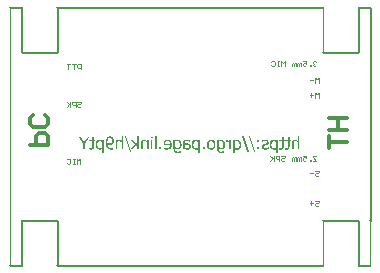
<source format=gbo>
G04*
G04 #@! TF.GenerationSoftware,Altium Limited,Altium Designer,20.0.10 (225)*
G04*
G04 Layer_Color=32896*
%FSLAX25Y25*%
%MOIN*%
G70*
G01*
G75*
%ADD14C,0.00400*%
%ADD16C,0.00300*%
%ADD41C,0.01181*%
G36*
X47548Y27455D02*
X46932D01*
Y28015D01*
X47548D01*
Y27455D01*
D02*
G37*
G36*
X75844Y27005D02*
X75941Y26991D01*
X76031Y26977D01*
X76107Y26956D01*
X76176Y26929D01*
X76224Y26915D01*
X76252Y26901D01*
X76266Y26894D01*
X76356Y26846D01*
X76432Y26797D01*
X76508Y26742D01*
X76570Y26687D01*
X76619Y26638D01*
X76653Y26604D01*
X76681Y26576D01*
X76688Y26569D01*
X76757Y26486D01*
X76813Y26396D01*
X76861Y26306D01*
X76910Y26223D01*
X76937Y26147D01*
X76965Y26092D01*
X76979Y26050D01*
X76986Y26043D01*
Y26036D01*
X77020Y25912D01*
X77048Y25787D01*
X77069Y25662D01*
X77083Y25552D01*
X77089Y25448D01*
X77096Y25372D01*
Y25344D01*
Y25323D01*
Y25310D01*
Y25303D01*
X77089Y25157D01*
X77083Y25026D01*
X77069Y24901D01*
X77048Y24784D01*
X77020Y24673D01*
X76992Y24576D01*
X76965Y24486D01*
X76937Y24403D01*
X76910Y24327D01*
X76882Y24265D01*
X76854Y24209D01*
X76826Y24168D01*
X76806Y24133D01*
X76792Y24105D01*
X76778Y24092D01*
Y24085D01*
X76716Y24009D01*
X76647Y23939D01*
X76577Y23884D01*
X76501Y23836D01*
X76432Y23794D01*
X76356Y23753D01*
X76218Y23704D01*
X76093Y23670D01*
X76044Y23663D01*
X75996Y23656D01*
X75961Y23649D01*
X75906D01*
X75802Y23656D01*
X75712Y23663D01*
X75629Y23676D01*
X75553Y23697D01*
X75491Y23718D01*
X75449Y23732D01*
X75415Y23739D01*
X75408Y23746D01*
X75325Y23787D01*
X75242Y23843D01*
X75166Y23891D01*
X75090Y23946D01*
X75034Y23988D01*
X74986Y24029D01*
X74958Y24057D01*
X74944Y24064D01*
Y22535D01*
X74404D01*
Y26922D01*
X74916D01*
X74944Y26783D01*
X75083Y26860D01*
X75145Y26887D01*
X75200Y26908D01*
X75249Y26929D01*
X75283Y26943D01*
X75311Y26950D01*
X75318D01*
X75463Y26984D01*
X75532Y26998D01*
X75602Y27005D01*
X75657Y27012D01*
X75747D01*
X75844Y27005D01*
D02*
G37*
G36*
X70481D02*
X70578Y26991D01*
X70661Y26977D01*
X70737Y26956D01*
X70806Y26929D01*
X70855Y26915D01*
X70882Y26901D01*
X70896Y26894D01*
X70986Y26846D01*
X71069Y26797D01*
X71138Y26742D01*
X71201Y26693D01*
X71256Y26645D01*
X71290Y26610D01*
X71318Y26583D01*
X71325Y26576D01*
X71394Y26493D01*
X71450Y26403D01*
X71498Y26313D01*
X71547Y26230D01*
X71574Y26161D01*
X71602Y26105D01*
X71616Y26064D01*
X71623Y26057D01*
Y26050D01*
X71657Y25932D01*
X71685Y25815D01*
X71706Y25690D01*
X71719Y25586D01*
X71726Y25489D01*
X71733Y25413D01*
Y25386D01*
Y25365D01*
Y25351D01*
Y25344D01*
X71726Y25206D01*
X71719Y25074D01*
X71706Y24950D01*
X71685Y24839D01*
X71657Y24728D01*
X71630Y24631D01*
X71602Y24548D01*
X71574Y24465D01*
X71547Y24396D01*
X71519Y24341D01*
X71491Y24285D01*
X71463Y24244D01*
X71443Y24209D01*
X71429Y24189D01*
X71415Y24175D01*
Y24168D01*
X71353Y24099D01*
X71284Y24036D01*
X71214Y23981D01*
X71138Y23939D01*
X71069Y23898D01*
X70993Y23863D01*
X70855Y23815D01*
X70730Y23787D01*
X70675Y23780D01*
X70626Y23773D01*
X70591Y23766D01*
X70536D01*
X70425Y23773D01*
X70322Y23780D01*
X70232Y23794D01*
X70162Y23815D01*
X70100Y23829D01*
X70052Y23843D01*
X70024Y23849D01*
X70017Y23856D01*
X69934Y23891D01*
X69858Y23939D01*
X69782Y23981D01*
X69720Y24029D01*
X69664Y24071D01*
X69616Y24105D01*
X69588Y24126D01*
X69581Y24133D01*
Y23849D01*
X69588Y23718D01*
X69595Y23663D01*
X69602Y23607D01*
X69609Y23566D01*
X69616Y23538D01*
X69623Y23517D01*
Y23510D01*
X69657Y23400D01*
X69678Y23351D01*
X69699Y23310D01*
X69720Y23282D01*
X69740Y23254D01*
X69747Y23240D01*
X69754Y23234D01*
X69796Y23192D01*
X69837Y23157D01*
X69927Y23102D01*
X69962Y23081D01*
X69996Y23067D01*
X70017Y23054D01*
X70024D01*
X70093Y23033D01*
X70162Y23012D01*
X70232Y22998D01*
X70301Y22991D01*
X70356D01*
X70405Y22984D01*
X70446D01*
X70550Y22991D01*
X70598D01*
X70640Y22998D01*
X70675Y23005D01*
X70702D01*
X70716Y23012D01*
X70723D01*
X70820Y23033D01*
X70910Y23047D01*
X70944Y23054D01*
X70972Y23061D01*
X70993Y23067D01*
X71000D01*
X71097Y23095D01*
X71173Y23116D01*
X71201Y23130D01*
X71221Y23137D01*
X71235Y23144D01*
X71242D01*
X71311Y23164D01*
X71360Y23185D01*
X71387Y23192D01*
X71401Y23199D01*
X71429D01*
Y22638D01*
X71270Y22597D01*
X71194Y22583D01*
X71124Y22569D01*
X71069Y22555D01*
X71021Y22548D01*
X70993Y22542D01*
X70979D01*
X70799Y22521D01*
X70716Y22507D01*
X70640D01*
X70585Y22500D01*
X70495D01*
X70363Y22507D01*
X70239Y22514D01*
X70121Y22535D01*
X70017Y22562D01*
X69913Y22590D01*
X69823Y22625D01*
X69747Y22659D01*
X69671Y22694D01*
X69609Y22728D01*
X69554Y22763D01*
X69505Y22798D01*
X69471Y22825D01*
X69436Y22853D01*
X69415Y22874D01*
X69408Y22881D01*
X69401Y22887D01*
X69339Y22964D01*
X69284Y23047D01*
X69235Y23137D01*
X69194Y23234D01*
X69131Y23434D01*
X69083Y23628D01*
X69069Y23718D01*
X69062Y23801D01*
X69055Y23877D01*
X69048Y23946D01*
X69041Y24002D01*
Y24043D01*
Y24071D01*
Y24078D01*
Y26922D01*
X69554D01*
X69581Y26783D01*
X69720Y26860D01*
X69782Y26887D01*
X69837Y26908D01*
X69886Y26929D01*
X69920Y26943D01*
X69948Y26950D01*
X69955D01*
X70100Y26984D01*
X70169Y26998D01*
X70239Y27005D01*
X70294Y27012D01*
X70384D01*
X70481Y27005D01*
D02*
G37*
G36*
X55949Y27005D02*
X56046Y26991D01*
X56129Y26977D01*
X56205Y26956D01*
X56274Y26929D01*
X56322Y26915D01*
X56350Y26901D01*
X56364Y26894D01*
X56454Y26846D01*
X56537Y26797D01*
X56606Y26742D01*
X56669Y26693D01*
X56724Y26645D01*
X56758Y26610D01*
X56786Y26583D01*
X56793Y26576D01*
X56862Y26493D01*
X56918Y26403D01*
X56966Y26313D01*
X57015Y26230D01*
X57042Y26161D01*
X57070Y26105D01*
X57084Y26064D01*
X57091Y26057D01*
Y26050D01*
X57125Y25932D01*
X57153Y25815D01*
X57174Y25690D01*
X57187Y25586D01*
X57194Y25489D01*
X57201Y25413D01*
Y25386D01*
Y25365D01*
Y25351D01*
Y25344D01*
X57194Y25206D01*
X57187Y25074D01*
X57174Y24950D01*
X57153Y24839D01*
X57125Y24728D01*
X57098Y24631D01*
X57070Y24548D01*
X57042Y24465D01*
X57015Y24396D01*
X56987Y24341D01*
X56959Y24285D01*
X56931Y24244D01*
X56911Y24209D01*
X56897Y24189D01*
X56883Y24175D01*
Y24168D01*
X56821Y24099D01*
X56752Y24036D01*
X56682Y23981D01*
X56606Y23939D01*
X56537Y23898D01*
X56461Y23863D01*
X56322Y23815D01*
X56198Y23787D01*
X56143Y23780D01*
X56094Y23773D01*
X56059Y23766D01*
X56004D01*
X55893Y23773D01*
X55790Y23780D01*
X55700Y23794D01*
X55630Y23815D01*
X55568Y23829D01*
X55520Y23843D01*
X55492Y23849D01*
X55485Y23856D01*
X55402Y23891D01*
X55326Y23939D01*
X55250Y23981D01*
X55188Y24029D01*
X55132Y24071D01*
X55084Y24105D01*
X55056Y24126D01*
X55049Y24133D01*
Y23849D01*
X55056Y23718D01*
X55063Y23663D01*
X55070Y23607D01*
X55077Y23566D01*
X55084Y23538D01*
X55091Y23517D01*
Y23510D01*
X55125Y23400D01*
X55146Y23351D01*
X55167Y23310D01*
X55188Y23282D01*
X55208Y23254D01*
X55215Y23240D01*
X55222Y23234D01*
X55264Y23192D01*
X55305Y23157D01*
X55395Y23102D01*
X55430Y23081D01*
X55464Y23067D01*
X55485Y23054D01*
X55492D01*
X55561Y23033D01*
X55630Y23012D01*
X55700Y22998D01*
X55769Y22991D01*
X55824D01*
X55873Y22984D01*
X55914D01*
X56018Y22991D01*
X56066D01*
X56108Y22998D01*
X56143Y23005D01*
X56170D01*
X56184Y23012D01*
X56191D01*
X56288Y23033D01*
X56378Y23047D01*
X56412Y23054D01*
X56440Y23061D01*
X56461Y23067D01*
X56468D01*
X56565Y23095D01*
X56641Y23116D01*
X56669Y23130D01*
X56689Y23137D01*
X56703Y23144D01*
X56710D01*
X56779Y23164D01*
X56828Y23185D01*
X56855Y23192D01*
X56869Y23199D01*
X56897D01*
Y22638D01*
X56738Y22597D01*
X56662Y22583D01*
X56592Y22569D01*
X56537Y22555D01*
X56489Y22548D01*
X56461Y22542D01*
X56447D01*
X56267Y22521D01*
X56184Y22507D01*
X56108D01*
X56053Y22500D01*
X55963D01*
X55831Y22507D01*
X55707Y22514D01*
X55589Y22535D01*
X55485Y22562D01*
X55381Y22590D01*
X55291Y22625D01*
X55215Y22659D01*
X55139Y22694D01*
X55077Y22728D01*
X55022Y22763D01*
X54973Y22798D01*
X54939Y22825D01*
X54904Y22853D01*
X54883Y22874D01*
X54876Y22881D01*
X54869Y22887D01*
X54807Y22964D01*
X54752Y23047D01*
X54703Y23137D01*
X54662Y23234D01*
X54599Y23434D01*
X54551Y23628D01*
X54537Y23718D01*
X54530Y23801D01*
X54523Y23877D01*
X54516Y23946D01*
X54509Y24002D01*
Y24043D01*
Y24071D01*
Y24078D01*
Y26922D01*
X55022D01*
X55049Y26783D01*
X55188Y26860D01*
X55250Y26887D01*
X55305Y26908D01*
X55354Y26929D01*
X55388Y26943D01*
X55416Y26950D01*
X55423D01*
X55568Y26984D01*
X55637Y26998D01*
X55707Y27005D01*
X55762Y27012D01*
X55852D01*
X55949Y27005D01*
D02*
G37*
G36*
X96500Y23718D02*
X95960D01*
Y26112D01*
X95808Y26223D01*
X95739Y26271D01*
X95676Y26313D01*
X95621Y26348D01*
X95580Y26368D01*
X95552Y26382D01*
X95545Y26389D01*
X95462Y26424D01*
X95393Y26451D01*
X95317Y26472D01*
X95254Y26486D01*
X95206Y26493D01*
X95164Y26500D01*
X95061D01*
X94998Y26493D01*
X94943Y26479D01*
X94895Y26472D01*
X94860Y26458D01*
X94832Y26444D01*
X94818Y26438D01*
X94811D01*
X94735Y26382D01*
X94673Y26327D01*
X94652Y26299D01*
X94639Y26278D01*
X94625Y26265D01*
Y26258D01*
X94604Y26209D01*
X94590Y26161D01*
X94562Y26057D01*
X94555Y26015D01*
Y25981D01*
X94549Y25953D01*
Y25946D01*
X94535Y25801D01*
X94528Y25732D01*
X94521Y25669D01*
Y25621D01*
Y25572D01*
Y25545D01*
Y25538D01*
Y23718D01*
X93981D01*
Y25794D01*
X93995Y26002D01*
X94023Y26188D01*
X94064Y26341D01*
X94092Y26410D01*
X94113Y26472D01*
X94140Y26527D01*
X94168Y26569D01*
X94189Y26610D01*
X94209Y26645D01*
X94223Y26666D01*
X94237Y26687D01*
X94251Y26700D01*
X94306Y26756D01*
X94362Y26804D01*
X94479Y26880D01*
X94604Y26936D01*
X94722Y26970D01*
X94825Y26998D01*
X94874Y27005D01*
X94915D01*
X94943Y27012D01*
X94991D01*
X95088Y27005D01*
X95178Y26991D01*
X95261Y26977D01*
X95337Y26956D01*
X95400Y26929D01*
X95448Y26915D01*
X95476Y26901D01*
X95490Y26894D01*
X95580Y26846D01*
X95663Y26790D01*
X95739Y26735D01*
X95815Y26687D01*
X95870Y26638D01*
X95919Y26597D01*
X95946Y26569D01*
X95960Y26562D01*
Y28174D01*
X96500D01*
Y23718D01*
D02*
G37*
G36*
X37749Y23718D02*
X37209D01*
Y26112D01*
X37057Y26223D01*
X36988Y26271D01*
X36926Y26313D01*
X36870Y26348D01*
X36829Y26368D01*
X36801Y26382D01*
X36794Y26389D01*
X36711Y26424D01*
X36642Y26451D01*
X36566Y26472D01*
X36504Y26486D01*
X36455Y26493D01*
X36414Y26500D01*
X36310D01*
X36248Y26493D01*
X36192Y26479D01*
X36144Y26472D01*
X36109Y26458D01*
X36081Y26444D01*
X36068Y26438D01*
X36061D01*
X35985Y26382D01*
X35922Y26327D01*
X35902Y26299D01*
X35888Y26278D01*
X35874Y26265D01*
Y26258D01*
X35853Y26209D01*
X35839Y26161D01*
X35812Y26057D01*
X35805Y26015D01*
Y25981D01*
X35798Y25953D01*
Y25946D01*
X35784Y25801D01*
X35777Y25732D01*
X35770Y25669D01*
Y25621D01*
Y25572D01*
Y25545D01*
Y25538D01*
Y23718D01*
X35230D01*
Y25794D01*
X35244Y26002D01*
X35272Y26188D01*
X35313Y26341D01*
X35341Y26410D01*
X35362Y26472D01*
X35390Y26527D01*
X35417Y26569D01*
X35438Y26610D01*
X35459Y26645D01*
X35473Y26666D01*
X35486Y26687D01*
X35500Y26700D01*
X35556Y26756D01*
X35611Y26804D01*
X35729Y26880D01*
X35853Y26936D01*
X35971Y26970D01*
X36075Y26998D01*
X36123Y27005D01*
X36165D01*
X36192Y27012D01*
X36241D01*
X36338Y27005D01*
X36428Y26991D01*
X36511Y26977D01*
X36587Y26956D01*
X36649Y26929D01*
X36697Y26915D01*
X36725Y26901D01*
X36739Y26894D01*
X36829Y26846D01*
X36912Y26790D01*
X36988Y26735D01*
X37064Y26687D01*
X37119Y26638D01*
X37168Y26597D01*
X37196Y26569D01*
X37209Y26562D01*
Y28174D01*
X37749D01*
Y23718D01*
D02*
G37*
G36*
X73629Y23718D02*
X73090D01*
Y25981D01*
X73020Y26050D01*
X72951Y26105D01*
X72882Y26154D01*
X72820Y26195D01*
X72764Y26223D01*
X72723Y26244D01*
X72695Y26258D01*
X72688Y26265D01*
X72605Y26299D01*
X72529Y26320D01*
X72453Y26341D01*
X72384Y26348D01*
X72328Y26354D01*
X72287Y26361D01*
X72135D01*
X72100Y26354D01*
X72086D01*
X72038Y26348D01*
X71996Y26341D01*
X71969Y26334D01*
X71927D01*
Y26901D01*
X71969Y26908D01*
X71996D01*
X72017Y26915D01*
X72024D01*
X72059Y26922D01*
X72149D01*
X72225Y26915D01*
X72301Y26908D01*
X72377Y26887D01*
X72439Y26866D01*
X72495Y26846D01*
X72536Y26832D01*
X72571Y26818D01*
X72578Y26811D01*
X72661Y26763D01*
X72751Y26707D01*
X72834Y26645D01*
X72917Y26590D01*
X72986Y26534D01*
X73041Y26486D01*
X73076Y26458D01*
X73090Y26444D01*
Y26922D01*
X73629D01*
Y23718D01*
D02*
G37*
G36*
X59243Y26991D02*
X59340Y26984D01*
X59423Y26970D01*
X59492Y26963D01*
X59547Y26950D01*
X59582Y26943D01*
X59596D01*
X59693Y26922D01*
X59776Y26908D01*
X59852Y26894D01*
X59907Y26873D01*
X59956Y26866D01*
X59990Y26853D01*
X60011Y26846D01*
X60018D01*
Y26306D01*
X59990D01*
X59810Y26375D01*
X59720Y26403D01*
X59644Y26424D01*
X59582Y26444D01*
X59533Y26458D01*
X59506Y26465D01*
X59492D01*
X59402Y26486D01*
X59312Y26500D01*
X59236Y26514D01*
X59174Y26520D01*
X59118Y26527D01*
X59049D01*
X58938Y26520D01*
X58890D01*
X58841Y26514D01*
X58807Y26507D01*
X58779D01*
X58758Y26500D01*
X58751D01*
X58648Y26479D01*
X58606Y26465D01*
X58565Y26451D01*
X58537Y26438D01*
X58516Y26424D01*
X58502Y26417D01*
X58495D01*
X58426Y26361D01*
X58378Y26299D01*
X58357Y26271D01*
X58343Y26251D01*
X58336Y26237D01*
Y26230D01*
X58302Y26133D01*
X58281Y26036D01*
X58274Y25988D01*
Y25960D01*
Y25932D01*
Y25925D01*
Y25822D01*
X58433Y25808D01*
X58578Y25801D01*
X58717Y25787D01*
X58834Y25773D01*
X58931Y25759D01*
X59007Y25752D01*
X59035D01*
X59056Y25745D01*
X59070D01*
X59201Y25725D01*
X59319Y25704D01*
X59430Y25676D01*
X59519Y25649D01*
X59596Y25621D01*
X59651Y25600D01*
X59686Y25586D01*
X59699Y25579D01*
X59803Y25524D01*
X59900Y25462D01*
X59976Y25400D01*
X60032Y25344D01*
X60080Y25289D01*
X60115Y25247D01*
X60135Y25220D01*
X60142Y25206D01*
X60191Y25116D01*
X60225Y25019D01*
X60246Y24922D01*
X60260Y24832D01*
X60274Y24756D01*
X60281Y24694D01*
Y24652D01*
Y24645D01*
Y24638D01*
X60274Y24562D01*
X60267Y24486D01*
X60253Y24417D01*
X60239Y24355D01*
X60225Y24306D01*
X60218Y24265D01*
X60205Y24237D01*
Y24230D01*
X60142Y24099D01*
X60108Y24043D01*
X60073Y23995D01*
X60045Y23960D01*
X60025Y23932D01*
X60011Y23912D01*
X60004Y23905D01*
X59893Y23815D01*
X59796Y23753D01*
X59755Y23732D01*
X59720Y23718D01*
X59699Y23704D01*
X59693D01*
X59623Y23676D01*
X59554Y23663D01*
X59492Y23649D01*
X59437Y23635D01*
X59388D01*
X59346Y23628D01*
X59229D01*
X59153Y23635D01*
X59091Y23642D01*
X59042Y23649D01*
X59000Y23656D01*
X58966Y23663D01*
X58952Y23670D01*
X58945D01*
X58841Y23704D01*
X58751Y23739D01*
X58717Y23759D01*
X58689Y23766D01*
X58675Y23780D01*
X58668D01*
X58592Y23822D01*
X58523Y23870D01*
X58495Y23891D01*
X58475Y23905D01*
X58461Y23912D01*
X58454Y23919D01*
X58378Y23981D01*
X58322Y24022D01*
X58288Y24050D01*
X58274Y24057D01*
Y23718D01*
X57734D01*
Y25905D01*
X57741Y26015D01*
X57748Y26112D01*
X57762Y26202D01*
X57776Y26278D01*
X57796Y26334D01*
X57810Y26382D01*
X57817Y26410D01*
X57824Y26417D01*
X57859Y26493D01*
X57900Y26555D01*
X57942Y26617D01*
X57983Y26666D01*
X58025Y26700D01*
X58059Y26735D01*
X58080Y26749D01*
X58087Y26756D01*
X58156Y26804D01*
X58226Y26846D01*
X58295Y26873D01*
X58357Y26901D01*
X58412Y26922D01*
X58454Y26936D01*
X58482Y26943D01*
X58495D01*
X58585Y26963D01*
X58675Y26977D01*
X58765Y26984D01*
X58848Y26991D01*
X58924Y26998D01*
X59042D01*
X59243Y26991D01*
D02*
G37*
G36*
X83124Y26105D02*
X82439D01*
Y26922D01*
X83124D01*
Y26105D01*
D02*
G37*
G36*
X25037Y25545D02*
Y23718D01*
X24470D01*
Y25607D01*
X23030Y27988D01*
X23632D01*
X24753Y26098D01*
X25854Y27988D01*
X26476D01*
X25037Y25545D01*
D02*
G37*
G36*
X42911Y23718D02*
X42372D01*
Y25054D01*
X42164Y25261D01*
X40974Y23718D01*
X40261D01*
X41756Y25579D01*
X40441Y26922D01*
X41112D01*
X42372Y25565D01*
Y28174D01*
X42911D01*
Y23718D01*
D02*
G37*
G36*
X33417Y28071D02*
X33514Y28064D01*
X33597Y28043D01*
X33680Y28022D01*
X33742Y28001D01*
X33798Y27988D01*
X33826Y27974D01*
X33839Y27967D01*
X33929Y27925D01*
X34012Y27877D01*
X34089Y27828D01*
X34151Y27780D01*
X34206Y27738D01*
X34241Y27704D01*
X34268Y27676D01*
X34275Y27669D01*
X34338Y27593D01*
X34393Y27517D01*
X34448Y27434D01*
X34490Y27365D01*
X34525Y27296D01*
X34545Y27247D01*
X34559Y27213D01*
X34566Y27199D01*
X34601Y27095D01*
X34628Y26991D01*
X34642Y26887D01*
X34656Y26797D01*
X34663Y26714D01*
X34670Y26652D01*
Y26610D01*
Y26604D01*
Y26597D01*
X34663Y26458D01*
X34649Y26334D01*
X34635Y26223D01*
X34614Y26126D01*
X34594Y26050D01*
X34573Y25995D01*
X34566Y25960D01*
X34559Y25946D01*
X34511Y25849D01*
X34455Y25766D01*
X34400Y25690D01*
X34345Y25621D01*
X34289Y25572D01*
X34248Y25538D01*
X34220Y25510D01*
X34213Y25503D01*
X34137Y25448D01*
X34068Y25406D01*
X33999Y25372D01*
X33943Y25344D01*
X33888Y25323D01*
X33853Y25310D01*
X33826Y25303D01*
X33819D01*
X33666Y25275D01*
X33597Y25268D01*
X33528Y25261D01*
X33473Y25254D01*
X33300D01*
X33217Y25268D01*
X33141Y25275D01*
X33071Y25289D01*
X33016Y25303D01*
X32974Y25310D01*
X32947Y25323D01*
X32940D01*
X32864Y25351D01*
X32781Y25386D01*
X32711Y25427D01*
X32642Y25462D01*
X32587Y25496D01*
X32545Y25524D01*
X32511Y25545D01*
X32504Y25552D01*
X32518Y25427D01*
X32531Y25310D01*
X32552Y25199D01*
X32580Y25095D01*
X32608Y24998D01*
X32635Y24908D01*
X32670Y24832D01*
X32698Y24763D01*
X32732Y24694D01*
X32760Y24638D01*
X32788Y24597D01*
X32815Y24555D01*
X32836Y24528D01*
X32850Y24507D01*
X32857Y24493D01*
X32864Y24486D01*
X32926Y24424D01*
X32995Y24368D01*
X33064Y24313D01*
X33134Y24272D01*
X33279Y24209D01*
X33424Y24168D01*
X33549Y24140D01*
X33604Y24133D01*
X33653Y24126D01*
X33687Y24119D01*
X33742D01*
X33860Y24126D01*
X33909Y24133D01*
X33957Y24140D01*
X33999D01*
X34026Y24147D01*
X34047Y24154D01*
X34054D01*
X34109Y24168D01*
X34151Y24182D01*
X34192Y24195D01*
X34220Y24209D01*
X34248Y24223D01*
X34262Y24230D01*
X34275Y24237D01*
X34303D01*
Y23690D01*
X34220Y23670D01*
X34144Y23656D01*
X34116Y23649D01*
X34089Y23642D01*
X34068D01*
X33971Y23635D01*
X33895Y23628D01*
X33819D01*
X33639Y23635D01*
X33473Y23656D01*
X33327Y23683D01*
X33203Y23718D01*
X33106Y23746D01*
X33064Y23759D01*
X33030Y23773D01*
X33002Y23787D01*
X32981Y23794D01*
X32974Y23801D01*
X32967D01*
X32843Y23870D01*
X32725Y23953D01*
X32628Y24036D01*
X32538Y24119D01*
X32469Y24195D01*
X32414Y24251D01*
X32386Y24292D01*
X32372Y24299D01*
Y24306D01*
X32289Y24431D01*
X32220Y24562D01*
X32165Y24694D01*
X32116Y24818D01*
X32075Y24929D01*
X32061Y24977D01*
X32047Y25019D01*
X32040Y25047D01*
X32033Y25074D01*
X32026Y25088D01*
Y25095D01*
X31985Y25275D01*
X31957Y25455D01*
X31929Y25628D01*
X31916Y25780D01*
X31909Y25849D01*
Y25912D01*
Y25967D01*
X31902Y26015D01*
Y26050D01*
Y26085D01*
Y26098D01*
Y26105D01*
X31909Y26313D01*
X31923Y26500D01*
X31943Y26666D01*
X31964Y26804D01*
X31978Y26866D01*
X31985Y26915D01*
X31999Y26963D01*
X32006Y26998D01*
X32013Y27026D01*
X32019Y27053D01*
X32026Y27060D01*
Y27067D01*
X32075Y27206D01*
X32130Y27330D01*
X32192Y27434D01*
X32248Y27524D01*
X32296Y27593D01*
X32338Y27648D01*
X32365Y27676D01*
X32372Y27690D01*
X32442Y27759D01*
X32511Y27815D01*
X32580Y27863D01*
X32642Y27904D01*
X32704Y27932D01*
X32746Y27953D01*
X32774Y27967D01*
X32788Y27974D01*
X32877Y28008D01*
X32967Y28036D01*
X33057Y28050D01*
X33141Y28064D01*
X33217Y28071D01*
X33272Y28078D01*
X33320D01*
X33417Y28071D01*
D02*
G37*
G36*
X93192Y26922D02*
X93559D01*
Y26472D01*
X93192D01*
Y24694D01*
Y24597D01*
X93178Y24500D01*
X93151Y24341D01*
X93116Y24202D01*
X93068Y24092D01*
X93026Y24009D01*
X92985Y23946D01*
X92957Y23912D01*
X92950Y23898D01*
X92846Y23815D01*
X92735Y23753D01*
X92625Y23711D01*
X92507Y23683D01*
X92410Y23663D01*
X92334Y23656D01*
X92300Y23649D01*
X92258D01*
X92161Y23656D01*
X92064Y23663D01*
X92030Y23670D01*
X92002D01*
X91981Y23676D01*
X91974D01*
X91857Y23697D01*
X91801Y23711D01*
X91753Y23718D01*
X91711Y23725D01*
X91684Y23732D01*
X91663Y23739D01*
X91656D01*
Y24223D01*
X91691D01*
X91739Y24202D01*
X91801Y24182D01*
X91829Y24168D01*
X91850Y24161D01*
X91864Y24154D01*
X91870D01*
X91961Y24133D01*
X92044Y24126D01*
X92078Y24119D01*
X92196D01*
X92251Y24126D01*
X92300Y24133D01*
X92348Y24147D01*
X92376Y24154D01*
X92403Y24161D01*
X92417Y24168D01*
X92424D01*
X92493Y24209D01*
X92542Y24265D01*
X92576Y24306D01*
X92583Y24313D01*
Y24320D01*
X92618Y24403D01*
X92632Y24486D01*
X92639Y24514D01*
X92646Y24541D01*
Y24555D01*
Y24562D01*
Y24618D01*
X92652Y24680D01*
Y24804D01*
Y24860D01*
Y24901D01*
Y24929D01*
Y24943D01*
Y26472D01*
X91656D01*
Y26922D01*
X92652D01*
Y27842D01*
X93192D01*
Y26922D01*
D02*
G37*
G36*
X91227D02*
X91594D01*
Y26472D01*
X91227D01*
Y24694D01*
Y24597D01*
X91213Y24500D01*
X91185Y24341D01*
X91151Y24202D01*
X91102Y24092D01*
X91061Y24009D01*
X91019Y23946D01*
X90992Y23912D01*
X90985Y23898D01*
X90881Y23815D01*
X90770Y23753D01*
X90659Y23711D01*
X90542Y23683D01*
X90445Y23663D01*
X90369Y23656D01*
X90334Y23649D01*
X90293D01*
X90196Y23656D01*
X90099Y23663D01*
X90064Y23670D01*
X90037D01*
X90016Y23676D01*
X90009D01*
X89891Y23697D01*
X89836Y23711D01*
X89788Y23718D01*
X89746Y23725D01*
X89718Y23732D01*
X89698Y23739D01*
X89691D01*
Y24223D01*
X89725D01*
X89774Y24202D01*
X89836Y24182D01*
X89864Y24168D01*
X89885Y24161D01*
X89898Y24154D01*
X89905D01*
X89995Y24133D01*
X90078Y24126D01*
X90113Y24119D01*
X90231D01*
X90286Y24126D01*
X90334Y24133D01*
X90383Y24147D01*
X90410Y24154D01*
X90438Y24161D01*
X90452Y24168D01*
X90459D01*
X90528Y24209D01*
X90576Y24265D01*
X90611Y24306D01*
X90618Y24313D01*
Y24320D01*
X90653Y24403D01*
X90666Y24486D01*
X90673Y24514D01*
X90680Y24541D01*
Y24555D01*
Y24562D01*
Y24618D01*
X90687Y24680D01*
Y24804D01*
Y24860D01*
Y24901D01*
Y24929D01*
Y24943D01*
Y26472D01*
X89691D01*
Y26922D01*
X90687D01*
Y27842D01*
X91227D01*
Y26922D01*
D02*
G37*
G36*
X52606Y27005D02*
X52717Y26991D01*
X52828Y26970D01*
X52932Y26943D01*
X53022Y26901D01*
X53112Y26866D01*
X53195Y26825D01*
X53264Y26783D01*
X53333Y26735D01*
X53388Y26693D01*
X53437Y26659D01*
X53478Y26624D01*
X53513Y26590D01*
X53534Y26569D01*
X53548Y26555D01*
X53554Y26548D01*
X53624Y26458D01*
X53686Y26361D01*
X53741Y26265D01*
X53783Y26161D01*
X53824Y26057D01*
X53859Y25953D01*
X53907Y25752D01*
X53921Y25662D01*
X53935Y25572D01*
X53942Y25496D01*
X53949Y25434D01*
X53956Y25379D01*
Y25337D01*
Y25310D01*
Y25303D01*
X53949Y25157D01*
X53935Y25019D01*
X53914Y24894D01*
X53894Y24777D01*
X53859Y24666D01*
X53824Y24562D01*
X53790Y24472D01*
X53748Y24389D01*
X53707Y24320D01*
X53672Y24258D01*
X53637Y24202D01*
X53603Y24161D01*
X53582Y24126D01*
X53561Y24099D01*
X53548Y24085D01*
X53541Y24078D01*
X53458Y24002D01*
X53368Y23939D01*
X53278Y23877D01*
X53181Y23829D01*
X53077Y23787D01*
X52980Y23753D01*
X52793Y23704D01*
X52703Y23683D01*
X52620Y23670D01*
X52544Y23663D01*
X52482Y23656D01*
X52433Y23649D01*
X52288D01*
X52226Y23656D01*
X52170D01*
X52122Y23663D01*
X52087Y23670D01*
X52060D01*
X52046Y23676D01*
X52039D01*
X51942Y23697D01*
X51845Y23711D01*
X51811Y23718D01*
X51783Y23725D01*
X51762Y23732D01*
X51755D01*
X51665Y23759D01*
X51582Y23787D01*
X51548Y23801D01*
X51520Y23815D01*
X51506Y23822D01*
X51499D01*
X51402Y23856D01*
X51326Y23891D01*
X51299Y23898D01*
X51278Y23905D01*
X51271Y23912D01*
X51264D01*
Y24507D01*
X51299D01*
X51354Y24465D01*
X51409Y24431D01*
X51451Y24403D01*
X51458Y24389D01*
X51465D01*
X51541Y24341D01*
X51624Y24299D01*
X51658Y24285D01*
X51686Y24272D01*
X51707Y24258D01*
X51714D01*
X51818Y24216D01*
X51914Y24182D01*
X51956Y24168D01*
X51991Y24161D01*
X52011Y24154D01*
X52018D01*
X52143Y24133D01*
X52198Y24126D01*
X52254D01*
X52295Y24119D01*
X52364D01*
X52537Y24133D01*
X52696Y24168D01*
X52828Y24209D01*
X52939Y24265D01*
X53029Y24320D01*
X53091Y24362D01*
X53125Y24396D01*
X53139Y24410D01*
X53229Y24534D01*
X53298Y24673D01*
X53347Y24811D01*
X53382Y24950D01*
X53402Y25074D01*
X53409Y25130D01*
Y25178D01*
X53416Y25213D01*
Y25240D01*
Y25261D01*
Y25268D01*
X51202D01*
Y25559D01*
X51209Y25697D01*
X51215Y25822D01*
X51229Y25932D01*
X51250Y26022D01*
X51271Y26098D01*
X51285Y26154D01*
X51292Y26188D01*
X51299Y26202D01*
X51333Y26299D01*
X51375Y26389D01*
X51423Y26465D01*
X51465Y26527D01*
X51499Y26583D01*
X51534Y26617D01*
X51555Y26645D01*
X51561Y26652D01*
X51624Y26714D01*
X51693Y26776D01*
X51762Y26818D01*
X51818Y26860D01*
X51873Y26887D01*
X51914Y26908D01*
X51949Y26915D01*
X51956Y26922D01*
X52046Y26950D01*
X52136Y26977D01*
X52226Y26991D01*
X52302Y26998D01*
X52378Y27005D01*
X52433Y27012D01*
X52482D01*
X52606Y27005D01*
D02*
G37*
G36*
X27992Y26922D02*
X28359D01*
Y26472D01*
X27992D01*
Y24694D01*
Y24597D01*
X27978Y24500D01*
X27951Y24341D01*
X27916Y24202D01*
X27867Y24092D01*
X27826Y24009D01*
X27784Y23946D01*
X27757Y23912D01*
X27750Y23898D01*
X27646Y23815D01*
X27535Y23753D01*
X27425Y23711D01*
X27307Y23683D01*
X27210Y23663D01*
X27134Y23656D01*
X27099Y23649D01*
X27058D01*
X26961Y23656D01*
X26864Y23663D01*
X26829Y23670D01*
X26802D01*
X26781Y23676D01*
X26774D01*
X26656Y23697D01*
X26601Y23711D01*
X26553Y23718D01*
X26511Y23725D01*
X26483Y23732D01*
X26463Y23739D01*
X26456D01*
Y24223D01*
X26490D01*
X26539Y24202D01*
X26601Y24182D01*
X26629Y24168D01*
X26649Y24161D01*
X26663Y24154D01*
X26670D01*
X26760Y24133D01*
X26843Y24126D01*
X26878Y24119D01*
X26996D01*
X27051Y24126D01*
X27099Y24133D01*
X27148Y24147D01*
X27175Y24154D01*
X27203Y24161D01*
X27217Y24168D01*
X27224D01*
X27293Y24209D01*
X27341Y24265D01*
X27376Y24306D01*
X27383Y24313D01*
Y24320D01*
X27418Y24403D01*
X27431Y24486D01*
X27438Y24514D01*
X27445Y24541D01*
Y24555D01*
Y24562D01*
Y24618D01*
X27452Y24680D01*
Y24804D01*
Y24860D01*
Y24901D01*
Y24929D01*
Y24943D01*
Y26472D01*
X26456D01*
Y26922D01*
X27452D01*
Y27842D01*
X27992D01*
Y26922D01*
D02*
G37*
G36*
X83124Y23718D02*
X82439D01*
Y24534D01*
X83124D01*
Y23718D01*
D02*
G37*
G36*
X64924Y23718D02*
X64239D01*
Y24534D01*
X64924D01*
Y23718D01*
D02*
G37*
G36*
X50489D02*
X49804D01*
Y24534D01*
X50489D01*
Y23718D01*
D02*
G37*
G36*
X48856D02*
X48316D01*
Y28174D01*
X48856D01*
Y23718D01*
D02*
G37*
G36*
X47513D02*
X46974D01*
Y26922D01*
X47513D01*
Y23718D01*
D02*
G37*
G36*
X44773Y27005D02*
X44863Y26991D01*
X44946Y26977D01*
X45022Y26956D01*
X45084Y26929D01*
X45133Y26915D01*
X45160Y26901D01*
X45174Y26894D01*
X45264Y26846D01*
X45347Y26790D01*
X45423Y26735D01*
X45500Y26687D01*
X45555Y26638D01*
X45603Y26597D01*
X45631Y26569D01*
X45645Y26562D01*
Y26922D01*
X46185D01*
Y23718D01*
X45645D01*
Y26112D01*
X45493Y26223D01*
X45423Y26271D01*
X45361Y26313D01*
X45306Y26348D01*
X45264Y26368D01*
X45237Y26382D01*
X45230Y26389D01*
X45147Y26424D01*
X45077Y26451D01*
X45001Y26472D01*
X44939Y26486D01*
X44891Y26493D01*
X44849Y26500D01*
X44745D01*
X44683Y26493D01*
X44628Y26479D01*
X44579Y26472D01*
X44545Y26458D01*
X44517Y26444D01*
X44503Y26438D01*
X44496D01*
X44420Y26382D01*
X44358Y26327D01*
X44337Y26299D01*
X44323Y26278D01*
X44309Y26265D01*
Y26258D01*
X44289Y26209D01*
X44275Y26161D01*
X44247Y26057D01*
X44240Y26015D01*
Y25981D01*
X44233Y25953D01*
Y25946D01*
X44219Y25801D01*
X44212Y25732D01*
X44206Y25669D01*
Y25621D01*
Y25572D01*
Y25545D01*
Y25538D01*
Y23718D01*
X43666D01*
Y25794D01*
X43680Y26002D01*
X43707Y26188D01*
X43749Y26341D01*
X43777Y26410D01*
X43797Y26472D01*
X43825Y26527D01*
X43853Y26569D01*
X43873Y26610D01*
X43894Y26645D01*
X43908Y26666D01*
X43922Y26687D01*
X43936Y26700D01*
X43991Y26756D01*
X44046Y26804D01*
X44164Y26880D01*
X44289Y26936D01*
X44406Y26970D01*
X44510Y26998D01*
X44559Y27005D01*
X44600D01*
X44628Y27012D01*
X44676D01*
X44773Y27005D01*
D02*
G37*
G36*
X85234Y26984D02*
X85400Y26956D01*
X85553Y26908D01*
X85677Y26860D01*
X85774Y26811D01*
X85816Y26783D01*
X85843Y26763D01*
X85871Y26749D01*
X85892Y26735D01*
X85899Y26721D01*
X85905D01*
X85961Y26666D01*
X86009Y26610D01*
X86092Y26500D01*
X86148Y26382D01*
X86189Y26265D01*
X86210Y26168D01*
X86224Y26085D01*
X86231Y26057D01*
Y26036D01*
Y26022D01*
Y26015D01*
X86224Y25905D01*
X86203Y25801D01*
X86182Y25711D01*
X86148Y25635D01*
X86120Y25572D01*
X86099Y25524D01*
X86079Y25489D01*
X86072Y25482D01*
X86002Y25406D01*
X85919Y25337D01*
X85829Y25282D01*
X85739Y25240D01*
X85663Y25199D01*
X85601Y25178D01*
X85573Y25171D01*
X85553Y25164D01*
X85546Y25157D01*
X85539D01*
X85428Y25130D01*
X85331Y25102D01*
X85290Y25095D01*
X85255Y25088D01*
X85234Y25081D01*
X85227D01*
X85117Y25060D01*
X85068Y25047D01*
X85027Y25040D01*
X84999Y25033D01*
X84978D01*
X84964Y25026D01*
X84957D01*
X84868Y24998D01*
X84791Y24970D01*
X84722Y24943D01*
X84674Y24915D01*
X84639Y24894D01*
X84611Y24874D01*
X84598Y24867D01*
X84591Y24860D01*
X84556Y24818D01*
X84528Y24777D01*
X84515Y24728D01*
X84501Y24680D01*
X84494Y24638D01*
X84487Y24604D01*
Y24576D01*
Y24569D01*
Y24514D01*
X84494Y24472D01*
X84501Y24431D01*
X84508Y24396D01*
X84522Y24375D01*
X84528Y24355D01*
X84535Y24348D01*
Y24341D01*
X84577Y24285D01*
X84625Y24244D01*
X84667Y24216D01*
X84674Y24202D01*
X84681D01*
X84708Y24189D01*
X84743Y24168D01*
X84812Y24147D01*
X84847Y24140D01*
X84874Y24133D01*
X84888Y24126D01*
X84895D01*
X84999Y24112D01*
X85089Y24105D01*
X85123Y24099D01*
X85172D01*
X85296Y24105D01*
X85352Y24112D01*
X85407Y24126D01*
X85449Y24133D01*
X85483Y24140D01*
X85504Y24147D01*
X85511D01*
X85629Y24182D01*
X85677Y24202D01*
X85719Y24223D01*
X85760Y24237D01*
X85788Y24251D01*
X85802Y24258D01*
X85809D01*
X85864Y24285D01*
X85912Y24306D01*
X85954Y24334D01*
X85995Y24355D01*
X86023Y24368D01*
X86044Y24382D01*
X86051Y24396D01*
X86058D01*
X86120Y24444D01*
X86168Y24486D01*
X86203Y24514D01*
X86217Y24521D01*
X86245D01*
Y23912D01*
X86175Y23877D01*
X86099Y23843D01*
X86023Y23815D01*
X85947Y23787D01*
X85885Y23766D01*
X85836Y23746D01*
X85802Y23739D01*
X85788Y23732D01*
X85677Y23704D01*
X85573Y23683D01*
X85470Y23670D01*
X85380Y23663D01*
X85303Y23656D01*
X85241Y23649D01*
X85068D01*
X84964Y23663D01*
X84874Y23670D01*
X84791Y23683D01*
X84729Y23697D01*
X84688Y23704D01*
X84653Y23718D01*
X84646D01*
X84570Y23753D01*
X84494Y23787D01*
X84431Y23822D01*
X84369Y23856D01*
X84328Y23891D01*
X84286Y23919D01*
X84265Y23932D01*
X84259Y23939D01*
X84203Y23988D01*
X84155Y24043D01*
X84113Y24099D01*
X84079Y24147D01*
X84051Y24189D01*
X84030Y24223D01*
X84023Y24244D01*
X84016Y24251D01*
X83989Y24320D01*
X83968Y24389D01*
X83954Y24458D01*
X83940Y24521D01*
Y24569D01*
X83933Y24611D01*
Y24638D01*
Y24645D01*
X83940Y24770D01*
X83961Y24881D01*
X83989Y24977D01*
X84023Y25060D01*
X84058Y25123D01*
X84086Y25171D01*
X84106Y25199D01*
X84113Y25206D01*
X84189Y25275D01*
X84272Y25337D01*
X84362Y25393D01*
X84445Y25427D01*
X84522Y25462D01*
X84591Y25482D01*
X84632Y25489D01*
X84639Y25496D01*
X84646D01*
X84764Y25524D01*
X84819Y25538D01*
X84868Y25545D01*
X84909Y25552D01*
X84937Y25559D01*
X84957Y25566D01*
X84964D01*
X85068Y25593D01*
X85151Y25607D01*
X85179Y25621D01*
X85207D01*
X85220Y25628D01*
X85227D01*
X85310Y25655D01*
X85380Y25676D01*
X85442Y25704D01*
X85490Y25732D01*
X85525Y25752D01*
X85553Y25773D01*
X85566Y25780D01*
X85573Y25787D01*
X85608Y25828D01*
X85636Y25877D01*
X85649Y25932D01*
X85663Y25981D01*
X85670Y26022D01*
X85677Y26057D01*
Y26085D01*
Y26092D01*
X85670Y26175D01*
X85649Y26244D01*
X85622Y26299D01*
X85587Y26348D01*
X85553Y26382D01*
X85525Y26410D01*
X85504Y26424D01*
X85497Y26431D01*
X85428Y26472D01*
X85352Y26500D01*
X85276Y26520D01*
X85207Y26534D01*
X85144Y26541D01*
X85089Y26548D01*
X85047D01*
X84951Y26541D01*
X84861Y26534D01*
X84777Y26520D01*
X84701Y26500D01*
X84632Y26479D01*
X84584Y26465D01*
X84556Y26458D01*
X84542Y26451D01*
X84452Y26410D01*
X84362Y26368D01*
X84286Y26327D01*
X84217Y26285D01*
X84162Y26244D01*
X84120Y26216D01*
X84092Y26195D01*
X84086Y26188D01*
X84051D01*
Y26763D01*
X84127Y26797D01*
X84203Y26832D01*
X84279Y26860D01*
X84348Y26880D01*
X84411Y26901D01*
X84459Y26915D01*
X84494Y26929D01*
X84508D01*
X84701Y26970D01*
X84791Y26984D01*
X84874Y26991D01*
X84944Y26998D01*
X85040D01*
X85234Y26984D01*
D02*
G37*
G36*
X67180Y27005D02*
X67291Y26991D01*
X67395Y26970D01*
X67498Y26943D01*
X67588Y26908D01*
X67671Y26866D01*
X67754Y26832D01*
X67823Y26790D01*
X67886Y26742D01*
X67941Y26707D01*
X67990Y26666D01*
X68031Y26631D01*
X68059Y26604D01*
X68080Y26583D01*
X68093Y26569D01*
X68100Y26562D01*
X68169Y26472D01*
X68225Y26382D01*
X68280Y26285D01*
X68322Y26181D01*
X68391Y25974D01*
X68439Y25773D01*
X68453Y25683D01*
X68467Y25593D01*
X68474Y25517D01*
X68481Y25448D01*
X68488Y25393D01*
Y25351D01*
Y25323D01*
Y25316D01*
X68481Y25171D01*
X68474Y25040D01*
X68453Y24915D01*
X68426Y24791D01*
X68398Y24680D01*
X68370Y24583D01*
X68336Y24486D01*
X68294Y24403D01*
X68260Y24327D01*
X68225Y24265D01*
X68197Y24209D01*
X68169Y24161D01*
X68142Y24126D01*
X68121Y24099D01*
X68114Y24085D01*
X68107Y24078D01*
X68031Y24002D01*
X67955Y23932D01*
X67872Y23870D01*
X67782Y23815D01*
X67699Y23773D01*
X67609Y23739D01*
X67443Y23683D01*
X67367Y23663D01*
X67291Y23649D01*
X67228Y23642D01*
X67173Y23635D01*
X67125Y23628D01*
X67062D01*
X66945Y23635D01*
X66834Y23649D01*
X66730Y23670D01*
X66626Y23697D01*
X66536Y23732D01*
X66453Y23766D01*
X66377Y23808D01*
X66308Y23849D01*
X66246Y23884D01*
X66190Y23925D01*
X66142Y23960D01*
X66100Y23995D01*
X66073Y24022D01*
X66052Y24043D01*
X66038Y24057D01*
X66031Y24064D01*
X65962Y24154D01*
X65900Y24244D01*
X65851Y24348D01*
X65803Y24444D01*
X65761Y24548D01*
X65734Y24652D01*
X65685Y24860D01*
X65671Y24950D01*
X65658Y25040D01*
X65651Y25116D01*
X65644Y25185D01*
X65637Y25240D01*
Y25282D01*
Y25310D01*
Y25316D01*
X65644Y25462D01*
X65651Y25600D01*
X65671Y25732D01*
X65699Y25849D01*
X65727Y25960D01*
X65761Y26064D01*
X65796Y26154D01*
X65831Y26244D01*
X65872Y26313D01*
X65907Y26382D01*
X65941Y26438D01*
X65969Y26479D01*
X65997Y26514D01*
X66017Y26541D01*
X66024Y26555D01*
X66031Y26562D01*
X66107Y26638D01*
X66184Y26707D01*
X66273Y26770D01*
X66356Y26825D01*
X66439Y26866D01*
X66530Y26901D01*
X66689Y26956D01*
X66765Y26977D01*
X66841Y26991D01*
X66903Y26998D01*
X66958Y27005D01*
X67000Y27012D01*
X67062D01*
X67180Y27005D01*
D02*
G37*
G36*
X81816Y22791D02*
X81338D01*
X79664Y28174D01*
X80155D01*
X81816Y22791D01*
D02*
G37*
G36*
X79574D02*
X79096D01*
X77422Y28174D01*
X77913D01*
X79574Y22791D01*
D02*
G37*
G36*
X40448Y22791D02*
X39970D01*
X38296Y28174D01*
X38787D01*
X40448Y22791D01*
D02*
G37*
G36*
X87878Y27005D02*
X87981Y26991D01*
X88071Y26970D01*
X88155Y26950D01*
X88217Y26929D01*
X88272Y26908D01*
X88300Y26894D01*
X88314Y26887D01*
X88404Y26839D01*
X88487Y26790D01*
X88563Y26735D01*
X88625Y26687D01*
X88680Y26645D01*
X88722Y26610D01*
X88750Y26590D01*
X88757Y26583D01*
Y26922D01*
X89296D01*
Y22535D01*
X88757D01*
Y23870D01*
X88618Y23794D01*
X88556Y23766D01*
X88500Y23746D01*
X88459Y23725D01*
X88417Y23711D01*
X88397Y23704D01*
X88390D01*
X88244Y23670D01*
X88168Y23663D01*
X88106Y23656D01*
X88044Y23649D01*
X87961D01*
X87850Y23656D01*
X87753Y23670D01*
X87649Y23690D01*
X87559Y23725D01*
X87393Y23801D01*
X87255Y23884D01*
X87193Y23925D01*
X87144Y23974D01*
X87096Y24009D01*
X87061Y24043D01*
X87033Y24078D01*
X87006Y24099D01*
X86999Y24112D01*
X86992Y24119D01*
X86923Y24209D01*
X86860Y24313D01*
X86812Y24417D01*
X86770Y24521D01*
X86701Y24735D01*
X86653Y24936D01*
X86639Y25033D01*
X86625Y25123D01*
X86618Y25199D01*
X86611Y25268D01*
X86604Y25323D01*
Y25365D01*
Y25393D01*
Y25400D01*
Y25531D01*
X86618Y25662D01*
X86632Y25780D01*
X86653Y25891D01*
X86674Y25995D01*
X86701Y26092D01*
X86729Y26181D01*
X86757Y26258D01*
X86791Y26334D01*
X86819Y26396D01*
X86847Y26444D01*
X86867Y26493D01*
X86888Y26527D01*
X86902Y26548D01*
X86909Y26562D01*
X86916Y26569D01*
X86978Y26645D01*
X87040Y26714D01*
X87110Y26777D01*
X87179Y26825D01*
X87255Y26866D01*
X87324Y26901D01*
X87463Y26956D01*
X87587Y26991D01*
X87635Y26998D01*
X87684Y27005D01*
X87718Y27012D01*
X87774D01*
X87878Y27005D01*
D02*
G37*
G36*
X61886Y27005D02*
X61990Y26991D01*
X62080Y26970D01*
X62163Y26950D01*
X62225Y26929D01*
X62281Y26908D01*
X62308Y26894D01*
X62322Y26887D01*
X62412Y26839D01*
X62495Y26790D01*
X62571Y26735D01*
X62634Y26687D01*
X62689Y26645D01*
X62730Y26610D01*
X62758Y26590D01*
X62765Y26583D01*
Y26922D01*
X63305D01*
Y22535D01*
X62765D01*
Y23870D01*
X62627Y23794D01*
X62564Y23766D01*
X62509Y23746D01*
X62467Y23725D01*
X62426Y23711D01*
X62405Y23704D01*
X62398D01*
X62253Y23670D01*
X62177Y23663D01*
X62115Y23656D01*
X62052Y23649D01*
X61969D01*
X61858Y23656D01*
X61762Y23670D01*
X61658Y23690D01*
X61568Y23725D01*
X61402Y23801D01*
X61263Y23884D01*
X61201Y23925D01*
X61153Y23974D01*
X61104Y24009D01*
X61070Y24043D01*
X61042Y24078D01*
X61014Y24099D01*
X61007Y24112D01*
X61000Y24119D01*
X60931Y24209D01*
X60869Y24313D01*
X60821Y24417D01*
X60779Y24521D01*
X60710Y24735D01*
X60661Y24936D01*
X60647Y25033D01*
X60634Y25123D01*
X60627Y25199D01*
X60620Y25268D01*
X60613Y25323D01*
Y25365D01*
Y25392D01*
Y25400D01*
Y25531D01*
X60627Y25662D01*
X60641Y25780D01*
X60661Y25891D01*
X60682Y25995D01*
X60710Y26092D01*
X60737Y26181D01*
X60765Y26258D01*
X60800Y26334D01*
X60827Y26396D01*
X60855Y26444D01*
X60876Y26493D01*
X60897Y26527D01*
X60910Y26548D01*
X60917Y26562D01*
X60924Y26569D01*
X60987Y26645D01*
X61049Y26714D01*
X61118Y26776D01*
X61187Y26825D01*
X61263Y26866D01*
X61333Y26901D01*
X61471Y26956D01*
X61595Y26991D01*
X61644Y26998D01*
X61692Y27005D01*
X61727Y27012D01*
X61782D01*
X61886Y27005D01*
D02*
G37*
G36*
X29853D02*
X29957Y26991D01*
X30047Y26970D01*
X30130Y26950D01*
X30193Y26929D01*
X30248Y26908D01*
X30276Y26894D01*
X30289Y26887D01*
X30379Y26839D01*
X30462Y26790D01*
X30539Y26735D01*
X30601Y26687D01*
X30656Y26645D01*
X30698Y26610D01*
X30725Y26590D01*
X30732Y26583D01*
Y26922D01*
X31272D01*
Y22535D01*
X30732D01*
Y23870D01*
X30594Y23794D01*
X30532Y23766D01*
X30476Y23746D01*
X30435Y23725D01*
X30393Y23711D01*
X30373Y23704D01*
X30366D01*
X30220Y23670D01*
X30144Y23663D01*
X30082Y23656D01*
X30020Y23649D01*
X29937D01*
X29826Y23656D01*
X29729Y23670D01*
X29625Y23690D01*
X29535Y23725D01*
X29369Y23801D01*
X29231Y23884D01*
X29168Y23925D01*
X29120Y23974D01*
X29072Y24009D01*
X29037Y24043D01*
X29009Y24078D01*
X28982Y24099D01*
X28975Y24112D01*
X28968Y24119D01*
X28899Y24209D01*
X28836Y24313D01*
X28788Y24417D01*
X28746Y24521D01*
X28677Y24735D01*
X28629Y24936D01*
X28615Y25033D01*
X28601Y25123D01*
X28594Y25199D01*
X28587Y25268D01*
X28580Y25323D01*
Y25365D01*
Y25392D01*
Y25400D01*
Y25531D01*
X28594Y25662D01*
X28608Y25780D01*
X28629Y25891D01*
X28649Y25995D01*
X28677Y26092D01*
X28705Y26181D01*
X28732Y26258D01*
X28767Y26334D01*
X28795Y26396D01*
X28822Y26444D01*
X28843Y26493D01*
X28864Y26527D01*
X28878Y26548D01*
X28885Y26562D01*
X28892Y26569D01*
X28954Y26645D01*
X29016Y26714D01*
X29085Y26776D01*
X29155Y26825D01*
X29231Y26866D01*
X29300Y26901D01*
X29438Y26956D01*
X29563Y26991D01*
X29611Y26998D01*
X29660Y27005D01*
X29694Y27012D01*
X29750D01*
X29853Y27005D01*
D02*
G37*
%LPC*%
G36*
X75699Y26527D02*
X75657D01*
X75525Y26520D01*
X75470Y26514D01*
X75422Y26507D01*
X75380Y26500D01*
X75346Y26493D01*
X75325Y26486D01*
X75318D01*
X75186Y26444D01*
X75124Y26424D01*
X75069Y26396D01*
X75020Y26375D01*
X74979Y26354D01*
X74951Y26348D01*
X74944Y26341D01*
Y24514D01*
X75083Y24410D01*
X75152Y24362D01*
X75214Y24327D01*
X75269Y24299D01*
X75311Y24278D01*
X75339Y24265D01*
X75346Y24258D01*
X75429Y24223D01*
X75505Y24202D01*
X75581Y24182D01*
X75650Y24175D01*
X75705Y24168D01*
X75747Y24161D01*
X75788D01*
X75858Y24168D01*
X75927Y24175D01*
X76044Y24209D01*
X76141Y24258D01*
X76218Y24313D01*
X76280Y24362D01*
X76328Y24410D01*
X76356Y24444D01*
X76363Y24458D01*
X76425Y24583D01*
X76467Y24721D01*
X76501Y24867D01*
X76522Y25012D01*
X76536Y25137D01*
Y25192D01*
X76543Y25240D01*
Y25275D01*
Y25303D01*
Y25323D01*
Y25330D01*
X76536Y25531D01*
X76508Y25711D01*
X76473Y25863D01*
X76425Y25988D01*
X76384Y26085D01*
X76370Y26126D01*
X76349Y26161D01*
X76335Y26181D01*
X76321Y26202D01*
X76314Y26216D01*
X76266Y26271D01*
X76218Y26320D01*
X76114Y26396D01*
X76003Y26451D01*
X75899Y26486D01*
X75802Y26514D01*
X75726Y26520D01*
X75699Y26527D01*
D02*
G37*
G36*
X70342D02*
X70301D01*
X70176Y26520D01*
X70114Y26514D01*
X70066Y26507D01*
X70024Y26500D01*
X69990Y26493D01*
X69969Y26486D01*
X69962D01*
X69830Y26444D01*
X69768Y26424D01*
X69706Y26396D01*
X69657Y26375D01*
X69616Y26354D01*
X69588Y26348D01*
X69581Y26341D01*
Y24576D01*
X69720Y24479D01*
X69789Y24438D01*
X69851Y24410D01*
X69906Y24382D01*
X69948Y24362D01*
X69976Y24355D01*
X69990Y24348D01*
X70073Y24320D01*
X70149Y24299D01*
X70225Y24285D01*
X70287Y24278D01*
X70342Y24272D01*
X70384Y24265D01*
X70419D01*
X70557Y24278D01*
X70682Y24306D01*
X70778Y24355D01*
X70861Y24403D01*
X70924Y24451D01*
X70965Y24500D01*
X70993Y24528D01*
X71000Y24541D01*
X71062Y24659D01*
X71104Y24784D01*
X71138Y24922D01*
X71159Y25054D01*
X71173Y25171D01*
Y25227D01*
X71180Y25268D01*
Y25310D01*
Y25337D01*
Y25351D01*
Y25358D01*
X71173Y25559D01*
X71145Y25732D01*
X71104Y25877D01*
X71062Y26002D01*
X71021Y26098D01*
X70979Y26168D01*
X70965Y26188D01*
X70951Y26209D01*
X70944Y26223D01*
X70896Y26278D01*
X70848Y26327D01*
X70744Y26396D01*
X70640Y26451D01*
X70536Y26493D01*
X70439Y26514D01*
X70370Y26520D01*
X70342Y26527D01*
D02*
G37*
G36*
X55810Y26527D02*
X55769D01*
X55644Y26520D01*
X55582Y26514D01*
X55534Y26507D01*
X55492Y26500D01*
X55458Y26493D01*
X55437Y26486D01*
X55430D01*
X55298Y26444D01*
X55236Y26424D01*
X55174Y26396D01*
X55125Y26375D01*
X55084Y26354D01*
X55056Y26348D01*
X55049Y26341D01*
Y24576D01*
X55188Y24479D01*
X55257Y24438D01*
X55319Y24410D01*
X55374Y24382D01*
X55416Y24362D01*
X55444Y24355D01*
X55458Y24348D01*
X55541Y24320D01*
X55617Y24299D01*
X55693Y24285D01*
X55755Y24278D01*
X55810Y24272D01*
X55852Y24265D01*
X55887D01*
X56025Y24278D01*
X56150Y24306D01*
X56246Y24355D01*
X56329Y24403D01*
X56392Y24451D01*
X56433Y24500D01*
X56461Y24528D01*
X56468Y24541D01*
X56530Y24659D01*
X56572Y24784D01*
X56606Y24922D01*
X56627Y25054D01*
X56641Y25171D01*
Y25227D01*
X56648Y25268D01*
Y25310D01*
Y25337D01*
Y25351D01*
Y25358D01*
X56641Y25559D01*
X56613Y25732D01*
X56572Y25877D01*
X56530Y26002D01*
X56489Y26098D01*
X56447Y26168D01*
X56433Y26188D01*
X56419Y26209D01*
X56412Y26223D01*
X56364Y26278D01*
X56316Y26327D01*
X56212Y26396D01*
X56108Y26451D01*
X56004Y26493D01*
X55907Y26514D01*
X55838Y26520D01*
X55810Y26527D01*
D02*
G37*
G36*
X58281Y25386D02*
X58274D01*
Y24500D01*
X58412Y24389D01*
X58482Y24348D01*
X58544Y24306D01*
X58592Y24272D01*
X58634Y24251D01*
X58661Y24237D01*
X58668Y24230D01*
X58745Y24195D01*
X58828Y24168D01*
X58904Y24154D01*
X58973Y24140D01*
X59035Y24133D01*
X59084Y24126D01*
X59125D01*
X59229Y24133D01*
X59319Y24147D01*
X59395Y24168D01*
X59464Y24195D01*
X59513Y24223D01*
X59547Y24244D01*
X59568Y24258D01*
X59575Y24265D01*
X59623Y24320D01*
X59665Y24389D01*
X59693Y24451D01*
X59706Y24521D01*
X59720Y24583D01*
X59727Y24631D01*
Y24659D01*
Y24673D01*
X59720Y24756D01*
X59706Y24832D01*
X59686Y24894D01*
X59658Y24950D01*
X59630Y24991D01*
X59610Y25026D01*
X59596Y25040D01*
X59589Y25047D01*
X59533Y25095D01*
X59478Y25137D01*
X59360Y25206D01*
X59312Y25227D01*
X59270Y25240D01*
X59243Y25254D01*
X59236D01*
X59167Y25275D01*
X59084Y25289D01*
X59007Y25303D01*
X58931Y25310D01*
X58869Y25316D01*
X58814Y25323D01*
X58779Y25330D01*
X58765D01*
X58661Y25344D01*
X58565Y25351D01*
X58482Y25365D01*
X58405Y25372D01*
X58350Y25379D01*
X58309D01*
X58281Y25386D01*
D02*
G37*
G36*
X33334Y27607D02*
X33320D01*
X33210Y27600D01*
X33168Y27593D01*
X33127Y27579D01*
X33092Y27572D01*
X33064Y27558D01*
X33051Y27552D01*
X33044D01*
X32995Y27531D01*
X32947Y27503D01*
X32864Y27441D01*
X32836Y27413D01*
X32808Y27386D01*
X32794Y27372D01*
X32788Y27365D01*
X32739Y27303D01*
X32698Y27233D01*
X32656Y27164D01*
X32621Y27095D01*
X32601Y27033D01*
X32580Y26984D01*
X32573Y26950D01*
X32566Y26936D01*
X32538Y26825D01*
X32518Y26714D01*
X32504Y26597D01*
X32490Y26479D01*
Y26382D01*
X32483Y26299D01*
Y26271D01*
Y26251D01*
Y26237D01*
Y26230D01*
Y26168D01*
Y26119D01*
X32490Y26085D01*
Y26071D01*
X32497Y26022D01*
Y25988D01*
Y25967D01*
Y25960D01*
X32621Y25884D01*
X32684Y25856D01*
X32746Y25835D01*
X32794Y25815D01*
X32836Y25801D01*
X32864Y25787D01*
X32871D01*
X33016Y25752D01*
X33085Y25738D01*
X33141Y25732D01*
X33189D01*
X33224Y25725D01*
X33258D01*
X33369Y25732D01*
X33424D01*
X33466Y25738D01*
X33500Y25745D01*
X33528D01*
X33549Y25752D01*
X33556D01*
X33653Y25780D01*
X33729Y25822D01*
X33756Y25842D01*
X33777Y25856D01*
X33791Y25863D01*
X33798Y25870D01*
X33853Y25918D01*
X33902Y25967D01*
X33943Y26022D01*
X33971Y26064D01*
X33999Y26105D01*
X34012Y26140D01*
X34019Y26161D01*
X34026Y26168D01*
X34047Y26237D01*
X34061Y26313D01*
X34075Y26389D01*
X34082Y26458D01*
Y26520D01*
X34089Y26576D01*
Y26604D01*
Y26617D01*
X34082Y26783D01*
X34054Y26936D01*
X34019Y27060D01*
X33985Y27164D01*
X33943Y27247D01*
X33915Y27303D01*
X33888Y27337D01*
X33881Y27351D01*
X33798Y27434D01*
X33708Y27496D01*
X33611Y27545D01*
X33521Y27572D01*
X33445Y27593D01*
X33376Y27600D01*
X33334Y27607D01*
D02*
G37*
G36*
X52593Y26576D02*
X52440D01*
X52371Y26562D01*
X52309Y26555D01*
X52254Y26541D01*
X52212Y26527D01*
X52184Y26520D01*
X52164Y26507D01*
X52157D01*
X52060Y26451D01*
X51984Y26396D01*
X51956Y26368D01*
X51928Y26348D01*
X51921Y26334D01*
X51914Y26327D01*
X51859Y26237D01*
X51818Y26154D01*
X51804Y26112D01*
X51790Y26085D01*
X51783Y26064D01*
Y26057D01*
X51755Y25932D01*
X51741Y25870D01*
X51735Y25808D01*
Y25759D01*
X51728Y25718D01*
Y25690D01*
Y25683D01*
X53416D01*
X53409Y25759D01*
X53395Y25822D01*
X53388Y25884D01*
X53375Y25932D01*
X53361Y25981D01*
X53347Y26008D01*
X53340Y26029D01*
Y26036D01*
X53285Y26147D01*
X53257Y26195D01*
X53229Y26237D01*
X53202Y26271D01*
X53181Y26299D01*
X53167Y26313D01*
X53160Y26320D01*
X53063Y26403D01*
X52973Y26458D01*
X52939Y26479D01*
X52911Y26493D01*
X52890Y26507D01*
X52883D01*
X52759Y26548D01*
X52703Y26562D01*
X52641Y26569D01*
X52593Y26576D01*
D02*
G37*
G36*
X67104Y26541D02*
X66986D01*
X66917Y26527D01*
X66786Y26493D01*
X66675Y26444D01*
X66585Y26389D01*
X66516Y26334D01*
X66460Y26285D01*
X66433Y26251D01*
X66419Y26244D01*
Y26237D01*
X66377Y26175D01*
X66343Y26112D01*
X66287Y25967D01*
X66246Y25815D01*
X66218Y25662D01*
X66204Y25531D01*
X66197Y25469D01*
X66190Y25420D01*
Y25379D01*
Y25344D01*
Y25323D01*
Y25316D01*
Y25206D01*
X66197Y25102D01*
X66211Y25005D01*
X66225Y24915D01*
X66246Y24832D01*
X66260Y24756D01*
X66280Y24687D01*
X66301Y24624D01*
X66329Y24569D01*
X66350Y24528D01*
X66363Y24486D01*
X66384Y24451D01*
X66398Y24431D01*
X66412Y24410D01*
X66419Y24403D01*
Y24396D01*
X66460Y24341D01*
X66509Y24299D01*
X66612Y24223D01*
X66723Y24175D01*
X66827Y24133D01*
X66917Y24112D01*
X66993Y24105D01*
X67021Y24099D01*
X67062D01*
X67138Y24105D01*
X67215Y24112D01*
X67339Y24147D01*
X67457Y24195D01*
X67547Y24251D01*
X67616Y24306D01*
X67671Y24355D01*
X67699Y24389D01*
X67713Y24403D01*
X67789Y24534D01*
X67837Y24680D01*
X67879Y24832D01*
X67907Y24977D01*
X67920Y25109D01*
X67927Y25164D01*
Y25220D01*
X67934Y25261D01*
Y25289D01*
Y25310D01*
Y25316D01*
Y25427D01*
X67927Y25531D01*
X67914Y25628D01*
X67900Y25718D01*
X67886Y25801D01*
X67865Y25877D01*
X67844Y25946D01*
X67823Y26008D01*
X67803Y26064D01*
X67782Y26105D01*
X67761Y26147D01*
X67747Y26181D01*
X67734Y26202D01*
X67720Y26223D01*
X67713Y26237D01*
X67664Y26292D01*
X67616Y26341D01*
X67512Y26410D01*
X67408Y26465D01*
X67304Y26507D01*
X67208Y26527D01*
X67132Y26534D01*
X67104Y26541D01*
D02*
G37*
G36*
X87947Y26500D02*
X87836D01*
X87767Y26486D01*
X87649Y26451D01*
X87552Y26403D01*
X87476Y26348D01*
X87414Y26292D01*
X87372Y26244D01*
X87345Y26209D01*
X87338Y26202D01*
Y26195D01*
X87276Y26071D01*
X87234Y25932D01*
X87199Y25787D01*
X87179Y25655D01*
X87165Y25531D01*
Y25476D01*
X87158Y25427D01*
Y25393D01*
Y25365D01*
Y25344D01*
Y25337D01*
X87165Y25130D01*
X87193Y24950D01*
X87234Y24797D01*
X87276Y24666D01*
X87296Y24611D01*
X87317Y24569D01*
X87338Y24528D01*
X87359Y24493D01*
X87372Y24472D01*
X87386Y24451D01*
X87393Y24444D01*
Y24438D01*
X87442Y24382D01*
X87490Y24341D01*
X87594Y24265D01*
X87705Y24209D01*
X87809Y24175D01*
X87905Y24147D01*
X87981Y24140D01*
X88009Y24133D01*
X88051D01*
X88189Y24140D01*
X88244Y24147D01*
X88293Y24154D01*
X88341D01*
X88369Y24161D01*
X88390Y24168D01*
X88397D01*
X88514Y24202D01*
X88577Y24230D01*
X88632Y24251D01*
X88680Y24272D01*
X88722Y24292D01*
X88750Y24299D01*
X88757Y24306D01*
Y26133D01*
X88618Y26244D01*
X88549Y26285D01*
X88487Y26327D01*
X88431Y26354D01*
X88390Y26375D01*
X88362Y26389D01*
X88355Y26396D01*
X88272Y26431D01*
X88196Y26458D01*
X88120Y26472D01*
X88051Y26486D01*
X87988Y26493D01*
X87947Y26500D01*
D02*
G37*
G36*
X61955Y26500D02*
X61845D01*
X61775Y26486D01*
X61658Y26451D01*
X61561Y26403D01*
X61485Y26348D01*
X61422Y26292D01*
X61381Y26244D01*
X61353Y26209D01*
X61346Y26202D01*
Y26195D01*
X61284Y26071D01*
X61243Y25932D01*
X61208Y25787D01*
X61187Y25655D01*
X61173Y25531D01*
Y25476D01*
X61167Y25427D01*
Y25392D01*
Y25365D01*
Y25344D01*
Y25337D01*
X61173Y25130D01*
X61201Y24950D01*
X61243Y24797D01*
X61284Y24666D01*
X61305Y24611D01*
X61326Y24569D01*
X61346Y24528D01*
X61367Y24493D01*
X61381Y24472D01*
X61395Y24451D01*
X61402Y24444D01*
Y24438D01*
X61450Y24382D01*
X61499Y24341D01*
X61602Y24265D01*
X61713Y24209D01*
X61817Y24175D01*
X61914Y24147D01*
X61990Y24140D01*
X62018Y24133D01*
X62059D01*
X62198Y24140D01*
X62253Y24147D01*
X62301Y24154D01*
X62350D01*
X62378Y24161D01*
X62398Y24168D01*
X62405D01*
X62523Y24202D01*
X62585Y24230D01*
X62640Y24251D01*
X62689Y24272D01*
X62730Y24292D01*
X62758Y24299D01*
X62765Y24306D01*
Y26133D01*
X62627Y26244D01*
X62557Y26285D01*
X62495Y26327D01*
X62440Y26354D01*
X62398Y26375D01*
X62371Y26389D01*
X62364Y26396D01*
X62281Y26430D01*
X62204Y26458D01*
X62128Y26472D01*
X62059Y26486D01*
X61997Y26493D01*
X61955Y26500D01*
D02*
G37*
G36*
X29923D02*
X29812D01*
X29743Y26486D01*
X29625Y26451D01*
X29528Y26403D01*
X29452Y26348D01*
X29390Y26292D01*
X29348Y26244D01*
X29321Y26209D01*
X29314Y26202D01*
Y26195D01*
X29251Y26071D01*
X29210Y25932D01*
X29175Y25787D01*
X29155Y25655D01*
X29141Y25531D01*
Y25476D01*
X29134Y25427D01*
Y25392D01*
Y25365D01*
Y25344D01*
Y25337D01*
X29141Y25130D01*
X29168Y24950D01*
X29210Y24797D01*
X29251Y24666D01*
X29272Y24611D01*
X29293Y24569D01*
X29314Y24528D01*
X29335Y24493D01*
X29348Y24472D01*
X29362Y24451D01*
X29369Y24444D01*
Y24438D01*
X29417Y24382D01*
X29466Y24341D01*
X29570Y24265D01*
X29680Y24209D01*
X29784Y24175D01*
X29881Y24147D01*
X29957Y24140D01*
X29985Y24133D01*
X30027D01*
X30165Y24140D01*
X30220Y24147D01*
X30269Y24154D01*
X30317D01*
X30345Y24161D01*
X30366Y24168D01*
X30373D01*
X30490Y24202D01*
X30552Y24230D01*
X30608Y24251D01*
X30656Y24272D01*
X30698Y24292D01*
X30725Y24299D01*
X30732Y24306D01*
Y26133D01*
X30594Y26244D01*
X30525Y26285D01*
X30462Y26327D01*
X30407Y26354D01*
X30366Y26375D01*
X30338Y26389D01*
X30331Y26396D01*
X30248Y26430D01*
X30172Y26458D01*
X30096Y26472D01*
X30027Y26486D01*
X29964Y26493D01*
X29923Y26500D01*
D02*
G37*
%LPD*%
D14*
X23399Y18900D02*
Y20699D01*
X22799Y20100D01*
X22199Y20699D01*
Y18900D01*
X21599Y20699D02*
X20999D01*
X21299D01*
Y18900D01*
X21599D01*
X20999D01*
X18900Y20400D02*
X19200Y20699D01*
X19800D01*
X20100Y20400D01*
Y19200D01*
X19800Y18900D01*
X19200D01*
X18900Y19200D01*
X22499Y39399D02*
X22799Y39699D01*
X23399D01*
X23698Y39399D01*
Y39100D01*
X23399Y38800D01*
X22799D01*
X22499Y38500D01*
Y38200D01*
X22799Y37900D01*
X23399D01*
X23698Y38200D01*
X21899Y37900D02*
Y39699D01*
X20999D01*
X20699Y39399D01*
Y38800D01*
X20999Y38500D01*
X21899D01*
X20100Y39699D02*
Y37900D01*
Y38500D01*
X18900Y39699D01*
X19800Y38800D01*
X18900Y37900D01*
X23698Y50400D02*
Y52199D01*
X22799D01*
X22499Y51899D01*
Y51300D01*
X22799Y51000D01*
X23698D01*
X21899Y52199D02*
X20699D01*
X21299D01*
Y50400D01*
X20100Y52199D02*
X18900D01*
X19500D01*
Y50400D01*
X101699Y16399D02*
X101999Y16699D01*
X102599D01*
X102899Y16399D01*
Y16100D01*
X102599Y15800D01*
X101999D01*
X101699Y15500D01*
Y15200D01*
X101999Y14900D01*
X102599D01*
X102899Y15200D01*
X101100Y15800D02*
X99900D01*
X101699Y6400D02*
X101999Y6699D01*
X102599D01*
X102899Y6400D01*
Y6100D01*
X102599Y5800D01*
X101999D01*
X101699Y5500D01*
Y5200D01*
X101999Y4900D01*
X102599D01*
X102899Y5200D01*
X101100Y5800D02*
X99900D01*
X100500Y6400D02*
Y5200D01*
X102899Y45900D02*
Y47699D01*
X102299Y47100D01*
X101699Y47699D01*
Y45900D01*
X101100Y46800D02*
X99900D01*
X102899Y40900D02*
Y42699D01*
X102299Y42100D01*
X101699Y42699D01*
Y40900D01*
X101100Y41800D02*
X99900D01*
X100500Y42399D02*
Y41200D01*
X102100Y52899D02*
X101800Y53199D01*
X101200D01*
X100900Y52899D01*
Y52600D01*
X101200Y52300D01*
X101500D01*
X101200D01*
X100900Y52000D01*
Y51700D01*
X101200Y51400D01*
X101800D01*
X102100Y51700D01*
X100301Y51400D02*
Y51700D01*
X100001D01*
Y51400D01*
X100301D01*
X97601Y53199D02*
X98801D01*
Y52300D01*
X98201Y52600D01*
X97901D01*
X97601Y52300D01*
Y51700D01*
X97901Y51400D01*
X98501D01*
X98801Y51700D01*
X97002Y51400D02*
Y52600D01*
X96702D01*
X96402Y52300D01*
Y51400D01*
Y52300D01*
X96102Y52600D01*
X95802Y52300D01*
Y51400D01*
X95202D02*
Y52600D01*
X94902D01*
X94602Y52300D01*
Y51400D01*
Y52300D01*
X94302Y52600D01*
X94003Y52300D01*
Y51400D01*
X91603D02*
Y53199D01*
X91004Y52600D01*
X90404Y53199D01*
Y51400D01*
X89804Y53199D02*
X89204D01*
X89504D01*
Y51400D01*
X89804D01*
X89204D01*
X87105Y52899D02*
X87405Y53199D01*
X88004D01*
X88304Y52899D01*
Y51700D01*
X88004Y51400D01*
X87405D01*
X87105Y51700D01*
X100900Y19900D02*
X102100D01*
X100900Y21100D01*
Y21399D01*
X101200Y21699D01*
X101800D01*
X102100Y21399D01*
X100301Y19900D02*
Y20200D01*
X100001D01*
Y19900D01*
X100301D01*
X97601Y21699D02*
X98801D01*
Y20800D01*
X98201Y21100D01*
X97901D01*
X97601Y20800D01*
Y20200D01*
X97901Y19900D01*
X98501D01*
X98801Y20200D01*
X97002Y19900D02*
Y21100D01*
X96702D01*
X96402Y20800D01*
Y19900D01*
Y20800D01*
X96102Y21100D01*
X95802Y20800D01*
Y19900D01*
X95202D02*
Y21100D01*
X94902D01*
X94602Y20800D01*
Y19900D01*
Y20800D01*
X94302Y21100D01*
X94003Y20800D01*
Y19900D01*
X90404Y21399D02*
X90704Y21699D01*
X91303D01*
X91603Y21399D01*
Y21100D01*
X91303Y20800D01*
X90704D01*
X90404Y20500D01*
Y20200D01*
X90704Y19900D01*
X91303D01*
X91603Y20200D01*
X89804Y19900D02*
Y21699D01*
X88904D01*
X88604Y21399D01*
Y20800D01*
X88904Y20500D01*
X89804D01*
X88004Y21699D02*
Y19900D01*
Y20500D01*
X86805Y21699D01*
X87705Y20800D01*
X86805Y19900D01*
D16*
X120229Y71000D02*
G03*
X120079Y71150I-150J0D01*
G01*
X120229Y71000D02*
G03*
X120079Y71150I-150J0D01*
G01*
X116142D02*
G03*
X115992Y71000I0J-150D01*
G01*
X119929Y132D02*
G03*
X119850Y-0I71J-132D01*
G01*
X116142Y55952D02*
G03*
X116292Y56102I0J150D01*
G01*
X116142Y55952D02*
G03*
X116292Y56102I0J150D01*
G01*
X116142Y71150D02*
G03*
X115992Y71000I0J-150D01*
G01*
X104481Y71000D02*
G03*
X104331Y71150I-150J0D01*
G01*
X104481Y71000D02*
G03*
X104331Y71150I-150J0D01*
G01*
X104181Y56102D02*
G03*
X104331Y55952I150J0D01*
G01*
X104181Y56102D02*
G03*
X104331Y55952I150J0D01*
G01*
Y150D02*
G03*
X104181Y0I0J-150D01*
G01*
X120150Y-132D02*
G03*
X120229Y-0I-71J132D01*
G01*
X120150Y-132D02*
G03*
X120229Y-0I-71J132D01*
G01*
X119929Y132D02*
G03*
X119850Y-0I71J-132D01*
G01*
X120000Y-15150D02*
G03*
X120150Y-15000I0J150D01*
G01*
X120000Y-15150D02*
G03*
X120150Y-15000I0J150D01*
G01*
X116292Y-0D02*
G03*
X116142Y150I-150J0D01*
G01*
X116292Y-0D02*
G03*
X116142Y150I-150J0D01*
G01*
X104331Y150D02*
G03*
X104181Y0I0J-150D01*
G01*
X115992Y-15000D02*
G03*
X116142Y-15150I150J0D01*
G01*
X115992Y-15000D02*
G03*
X116142Y-15150I150J0D01*
G01*
X104331Y-15150D02*
G03*
X104481Y-15000I0J150D01*
G01*
X15748Y71150D02*
G03*
X15598Y71000I0J-150D01*
G01*
X15748Y71150D02*
G03*
X15598Y71000I0J-150D01*
G01*
X15748Y55952D02*
G03*
X15898Y56102I0J150D01*
G01*
X15748Y55952D02*
G03*
X15898Y56102I0J150D01*
G01*
X4087Y71000D02*
G03*
X3937Y71150I-150J0D01*
G01*
X4087Y71000D02*
G03*
X3937Y71150I-150J0D01*
G01*
X-0D02*
G03*
X-150Y71000I0J-150D01*
G01*
X-0Y71150D02*
G03*
X-150Y71000I0J-150D01*
G01*
X3787Y56102D02*
G03*
X3937Y55952I150J0D01*
G01*
X3787Y56102D02*
G03*
X3937Y55952I150J0D01*
G01*
Y150D02*
G03*
X3787Y0I0J-150D01*
G01*
X15898D02*
G03*
X15748Y150I-150J0D01*
G01*
X15898Y0D02*
G03*
X15748Y150I-150J0D01*
G01*
X104331Y-15150D02*
G03*
X104481Y-15000I0J150D01*
G01*
X15598Y-15000D02*
G03*
X15748Y-15150I150J0D01*
G01*
X15598Y-15000D02*
G03*
X15748Y-15150I150J0D01*
G01*
X3937Y150D02*
G03*
X3787Y0I0J-150D01*
G01*
X-150Y-15000D02*
G03*
X-0Y-15150I150J0D01*
G01*
X3937D02*
G03*
X4087Y-15000I0J150D01*
G01*
X3937Y-15150D02*
G03*
X4087Y-15000I0J150D01*
G01*
X-150D02*
G03*
X-0Y-15150I150J0D01*
G01*
X120229Y-0D02*
Y71000D01*
X116142Y71150D02*
X120079D01*
X116292Y56102D02*
Y70850D01*
X119929D01*
X115992Y56252D02*
Y71000D01*
X104481Y56252D02*
Y71000D01*
X104331Y55952D02*
X116142D01*
X104481Y56252D02*
X115992D01*
X104331Y150D02*
X116142Y150D01*
X120150Y-15000D02*
Y-132D01*
X119929Y132D02*
Y70850D01*
X119850Y-14850D02*
Y-0D01*
X116142Y-15150D02*
X120000D01*
X116292Y-14850D02*
X119850D01*
X116292D02*
Y-0D01*
X104481Y-15000D02*
X104481Y-150D01*
X115992Y-15000D02*
Y-150D01*
X104481Y-150D02*
X115992Y-150D01*
X15898Y70850D02*
X104181Y70850D01*
X15748Y71150D02*
X104331Y71150D01*
X104181Y56102D02*
Y70850D01*
X15898Y56102D02*
Y70850D01*
X15598Y56252D02*
Y71000D01*
X3937Y55952D02*
X15748D01*
X4087Y56252D02*
X15598D01*
X3937Y150D02*
X15748D01*
X4087Y56252D02*
Y71000D01*
X-0Y71150D02*
X3937D01*
X3787Y56102D02*
Y70850D01*
X150D02*
X3787D01*
X104181Y-14850D02*
X104181Y0D01*
X15898Y-14850D02*
X15898Y0D01*
X15598Y-15000D02*
X15598Y-150D01*
X15898Y-14850D02*
X104181Y-14850D01*
X15748Y-15150D02*
X104331Y-15150D01*
X4087Y-150D02*
X15598D01*
X4087Y-15000D02*
Y-150D01*
X3787Y-14850D02*
Y0D01*
X150Y70850D02*
X150Y-14850D01*
X-150Y71000D02*
X-150Y-15000D01*
X-0Y-15150D02*
X3937D01*
X150Y-14850D02*
X3787D01*
D41*
X106321Y34319D02*
X112319D01*
X109320D01*
Y30320D01*
X106321D01*
X112319D01*
X106321Y28321D02*
Y24322D01*
Y26322D01*
X112319D01*
X6681Y25181D02*
X12679D01*
Y28180D01*
X11680Y29180D01*
X9680D01*
X8681Y28180D01*
Y25181D01*
X11680Y35178D02*
X12679Y34178D01*
Y32179D01*
X11680Y31179D01*
X7681D01*
X6681Y32179D01*
Y34178D01*
X7681Y35178D01*
M02*

</source>
